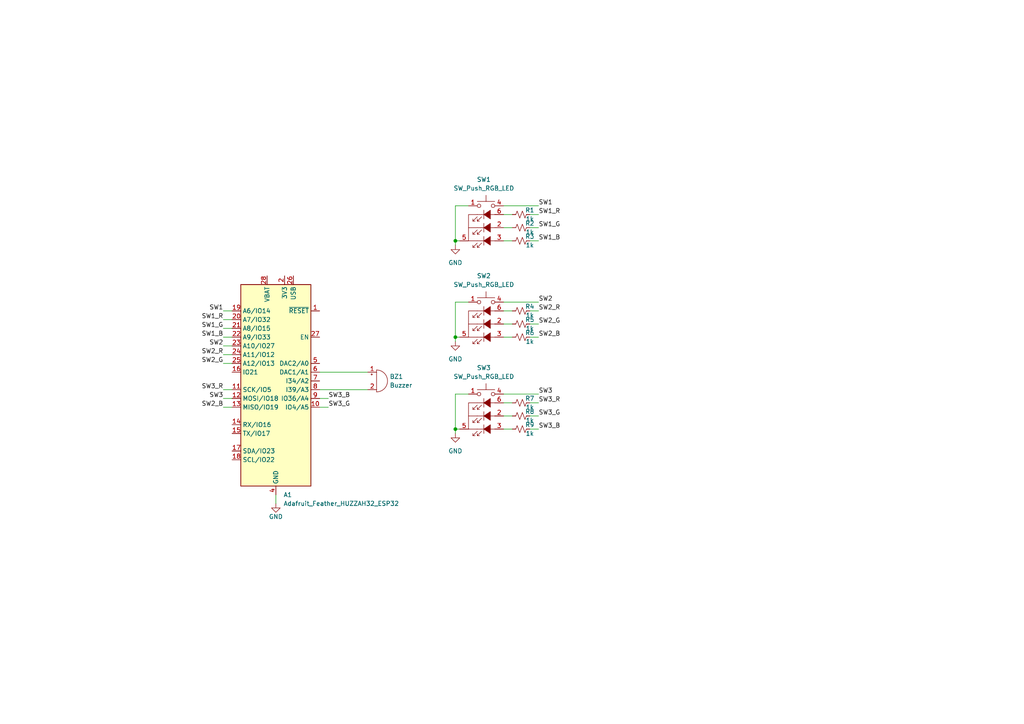
<source format=kicad_sch>
(kicad_sch (version 20231120) (generator "eeschema") (generator_version "8.0")
  (paper "A4")
  (title_block (title "Task Reminder") (rev "0.1"))
  (lib_symbols
    (symbol "Device:Buzzer" (pin_names (offset 0.0254) hide)
      (property "Reference" "BZ" (at 3.81 1.27 0))
      (property "Value" "Buzzer" (at 3.81 -1.27 0))
      (symbol "Buzzer_0_1"
        (arc (start 0 -3.175) (mid 3.1612 0) (end 0 3.175))
        (polyline (pts (xy -1.651 1.905) (xy -1.143 1.905)))
        (polyline (pts (xy -1.397 2.159) (xy -1.397 1.651)))
        (polyline (pts (xy 0 3.175) (xy 0 -3.175)))
      )
      (symbol "Buzzer_1_1"
        (pin passive line (at -2.54 2.54 0) (length 2.54) (name "-") (number "1"))
        (pin passive line (at -2.54 -2.54 0) (length 2.54) (name "+") (number "2"))
      )
    )
    (symbol "Device:R_Small_US" (pin_numbers hide) (pin_names (offset 0.254) hide)
      (property "Reference" "R" (at 0.762 0.508 0))
      (property "Value" "R_Small_US" (at 0.762 -1.016 0))
      (symbol "R_Small_US_1_1"
        (polyline (pts (xy 0 0) (xy 1.016 -0.381) (xy 0 -0.762) (xy -1.016 -1.143) (xy 0 -1.524)))
        (polyline (pts (xy 0 1.524) (xy 1.016 1.143) (xy 0 0.762) (xy -1.016 0.381) (xy 0 0)))
        (pin passive line (at 0 2.54 270) (length 1.016) (name "~") (number "1"))
        (pin passive line (at 0 -2.54 90) (length 1.016) (name "~") (number "2"))
      )
    )
    (symbol "MCU_Module:Adafruit_Feather_HUZZAH32_ESP32"
      (property "Reference" "A" (at -10.16 29.21 0))
      (property "Value" "Adafruit_Feather_HUZZAH32_ESP32" (at 2.54 -31.75 0))
      (symbol "Adafruit_Feather_HUZZAH32_ESP32_0_1"
        (rectangle (start -10.16 27.94) (end 10.16 -30.48) (stroke (width 0.254)) (fill (type background)))
      )
      (symbol "Adafruit_Feather_HUZZAH32_ESP32_1_1"
        (pin input line (at 12.7 20.32 180) (length 2.54) (name "~{RESET}") (number "1"))
        (pin bidirectional line (at 12.7 -7.62 180) (length 2.54) (name "IO4/A5") (number "10"))
        (pin bidirectional line (at -12.7 -2.54 0) (length 2.54) (name "SCK/IO5") (number "11"))
        (pin bidirectional line (at -12.7 -5.08 0) (length 2.54) (name "MOSI/IO18") (number "12"))
        (pin bidirectional line (at -12.7 -7.62 0) (length 2.54) (name "MISO/IO19") (number "13"))
        (pin bidirectional line (at -12.7 -12.7 0) (length 2.54) (name "RX/IO16") (number "14"))
        (pin bidirectional line (at -12.7 -15.24 0) (length 2.54) (name "TX/IO17") (number "15"))
        (pin bidirectional line (at -12.7 2.54 0) (length 2.54) (name "IO21") (number "16"))
        (pin bidirectional line (at -12.7 -20.32 0) (length 2.54) (name "SDA/IO23") (number "17"))
        (pin bidirectional line (at -12.7 -22.86 0) (length 2.54) (name "SCL/IO22") (number "18"))
        (pin bidirectional line (at -12.7 20.32 0) (length 2.54) (name "A6/IO14") (number "19"))
        (pin power_in line (at 2.54 30.48 270) (length 2.54) (name "3V3") (number "2"))
        (pin bidirectional line (at -12.7 17.78 0) (length 2.54) (name "A7/IO32") (number "20"))
        (pin bidirectional line (at -12.7 15.24 0) (length 2.54) (name "A8/IO15") (number "21"))
        (pin bidirectional line (at -12.7 12.7 0) (length 2.54) (name "A9/IO33") (number "22"))
        (pin bidirectional line (at -12.7 10.16 0) (length 2.54) (name "A10/IO27") (number "23"))
        (pin bidirectional line (at -12.7 7.62 0) (length 2.54) (name "A11/IO12") (number "24"))
        (pin bidirectional line (at -12.7 5.08 0) (length 2.54) (name "A12/IO13") (number "25"))
        (pin power_in line (at 5.08 30.48 270) (length 2.54) (name "USB") (number "26"))
        (pin input line (at 12.7 12.7 180) (length 2.54) (name "EN") (number "27"))
        (pin power_in line (at -2.54 30.48 270) (length 2.54) (name "VBAT") (number "28"))
        (pin no_connect line (at 10.16 10.16 180) (length 2.54) hide (name "NC") (number "3"))
        (pin power_in line (at 0 -33.02 90) (length 2.54) (name "GND") (number "4"))
        (pin bidirectional line (at 12.7 5.08 180) (length 2.54) (name "DAC2/A0") (number "5"))
        (pin bidirectional line (at 12.7 2.54 180) (length 2.54) (name "DAC1/A1") (number "6"))
        (pin bidirectional line (at 12.7 0 180) (length 2.54) (name "I34/A2") (number "7"))
        (pin bidirectional line (at 12.7 -2.54 180) (length 2.54) (name "I39/A3") (number "8"))
        (pin bidirectional line (at 12.7 -5.08 180) (length 2.54) (name "IO36/A4") (number "9"))
      )
    )
    (symbol "Switch:SW_Push_LED" (pin_names (offset 1.016) hide)
      (property "Reference" "SW1" (at -0.635 10.16 0))
      (property "Value" "SW_Push_RGB_LED" (at -0.635 7.62 0))
      (symbol "SW_Push_LED_0_0"
        (polyline (pts (xy -3.81 -9.525) (xy -2.54 -8.255)))
        (polyline (pts (xy -3.81 -5.715) (xy -2.54 -4.445)))
        (polyline (pts (xy -3.81 -1.905) (xy -2.54 -0.635)))
        (polyline (pts (xy -2.54 -9.525) (xy -1.27 -8.255)))
        (polyline (pts (xy -2.54 -7.62) (xy 2.54 -7.62)))
        (polyline (pts (xy -2.54 -5.715) (xy -1.27 -4.445)))
        (polyline (pts (xy -2.54 -3.81) (xy 2.54 -3.81)))
        (polyline (pts (xy -2.54 -1.905) (xy -1.27 -0.635)))
        (polyline (pts (xy -2.54 0) (xy 2.54 0)))
        (polyline (pts (xy -0.635 -6.35) (xy -0.635 -8.89)))
        (polyline (pts (xy -0.635 -2.54) (xy -0.635 -5.08)))
        (polyline (pts (xy -0.635 1.27) (xy -0.635 -1.27)))
        (polyline (pts (xy -3.81 -8.89) (xy -3.81 -9.525) (xy -3.175 -9.525)))
        (polyline (pts (xy -3.81 -5.08) (xy -3.81 -5.715) (xy -3.175 -5.715)))
        (polyline (pts (xy -3.81 -1.27) (xy -3.81 -1.905) (xy -3.175 -1.905)))
        (polyline (pts (xy -2.54 -8.89) (xy -2.54 -9.525) (xy -1.905 -9.525)))
        (polyline (pts (xy -2.54 -5.08) (xy -2.54 -5.715) (xy -1.905 -5.715)))
        (polyline (pts (xy -2.54 -1.27) (xy -2.54 -1.905) (xy -1.905 -1.905)))
        (polyline (pts (xy -0.635 -7.62) (xy 1.27 -6.35) (xy 1.27 -8.89) (xy -0.635 -7.62)) (fill (type outline)))
        (polyline (pts (xy -0.635 -3.81) (xy 1.27 -2.54) (xy 1.27 -5.08) (xy -0.635 -3.81)) (fill (type outline)))
        (polyline (pts (xy -0.635 0) (xy 1.27 1.27) (xy 1.27 -1.27) (xy -0.635 0)) (fill (type outline)))
      )
      (symbol "SW_Push_LED_0_1"
        (circle (center -2.032 2.54) (radius 0.508))
        (polyline (pts (xy 0 3.81) (xy 0 5.588)))
        (polyline (pts (xy 2.54 3.81) (xy -2.54 3.81)))
        (polyline (pts (xy -2.54 -7.62) (xy -5.08 -7.62) (xy -5.08 -3.81)))
        (polyline (pts (xy -2.54 0) (xy -5.08 0) (xy -5.08 -3.81) (xy -2.54 -3.81)))
        (circle (center 2.032 2.54) (radius 0.508))
        (pin passive line (at -5.08 2.54 0) (length 2.54) (name "1") (number "1"))
      )
      (symbol "SW_Push_LED_1_1"
        (pin passive line (at 5.08 -3.81 180) (length 2.54) (name "G") (number "2"))
        (pin passive line (at 5.08 -7.62 180) (length 2.54) (name "B") (number "3"))
        (pin passive line (at 5.08 2.54 180) (length 2.54) (name "4") (number "4"))
        (pin passive line (at -7.62 -7.62 0) (length 2.54) (name "C") (number "5"))
        (pin passive line (at 5.08 0 180) (length 2.54) (name "R") (number "6"))
      )
    )
    (symbol "power:GND" (power) (pin_names (offset 0))
      (property "Value" "GND" (at 0 -3.81 0))
      (symbol "GND_0_1"
        (polyline (pts (xy 0 0) (xy 0 -1.27) (xy 1.27 -1.27) (xy 0 -2.54) (xy -1.27 -1.27) (xy 0 -1.27)))
      )
      (symbol "GND_1_1"
        (pin power_in line (at 0 0 270) (length 0) hide (name "GND") (number "1"))
      )
    )
  )
  (junction (at 132.08 97.79))
  (junction (at 132.08 124.46))
  (junction (at 132.08 69.85))
  (wire (pts (xy 132.08 124.46) (xy 132.08 125.73)))
  (wire (pts (xy 135.89 87.63) (xy 132.08 87.63)))
  (wire (pts (xy 92.71 107.95) (xy 106.68 107.95)))
  (wire (pts (xy 146.05 93.98) (xy 148.59 93.98)))
  (wire (pts (xy 146.05 66.04) (xy 148.59 66.04)))
  (wire (pts (xy 153.67 62.23) (xy 156.21 62.23)))
  (wire (pts (xy 146.05 116.84) (xy 148.59 116.84)))
  (wire (pts (xy 64.77 92.71) (xy 67.31 92.71)))
  (wire (pts (xy 132.08 97.79) (xy 133.35 97.79)))
  (wire (pts (xy 153.67 69.85) (xy 156.21 69.85)))
  (wire (pts (xy 64.77 113.03) (xy 67.31 113.03)))
  (wire (pts (xy 64.77 95.25) (xy 67.31 95.25)))
  (wire (pts (xy 146.05 59.69) (xy 156.21 59.69)))
  (wire (pts (xy 153.67 93.98) (xy 156.21 93.98)))
  (wire (pts (xy 132.08 69.85) (xy 132.08 71.12)))
  (wire (pts (xy 146.05 90.17) (xy 148.59 90.17)))
  (wire (pts (xy 153.67 90.17) (xy 156.21 90.17)))
  (wire (pts (xy 64.77 115.57) (xy 67.31 115.57)))
  (wire (pts (xy 146.05 62.23) (xy 148.59 62.23)))
  (wire (pts (xy 146.05 114.3) (xy 156.21 114.3)))
  (wire (pts (xy 64.77 102.87) (xy 67.31 102.87)))
  (wire (pts (xy 146.05 120.65) (xy 148.59 120.65)))
  (wire (pts (xy 135.89 114.3) (xy 132.08 114.3)))
  (wire (pts (xy 64.77 105.41) (xy 67.31 105.41)))
  (wire (pts (xy 64.77 118.11) (xy 67.31 118.11)))
  (wire (pts (xy 153.67 124.46) (xy 156.21 124.46)))
  (wire (pts (xy 146.05 87.63) (xy 156.21 87.63)))
  (wire (pts (xy 146.05 97.79) (xy 148.59 97.79)))
  (wire (pts (xy 153.67 120.65) (xy 156.21 120.65)))
  (wire (pts (xy 153.67 116.84) (xy 156.21 116.84)))
  (wire (pts (xy 92.71 118.11) (xy 95.25 118.11)))
  (wire (pts (xy 132.08 59.69) (xy 132.08 69.85)))
  (wire (pts (xy 92.71 115.57) (xy 95.25 115.57)))
  (wire (pts (xy 132.08 69.85) (xy 133.35 69.85)))
  (wire (pts (xy 135.89 59.69) (xy 132.08 59.69)))
  (wire (pts (xy 132.08 124.46) (xy 133.35 124.46)))
  (wire (pts (xy 146.05 124.46) (xy 148.59 124.46)))
  (wire (pts (xy 64.77 100.33) (xy 67.31 100.33)))
  (wire (pts (xy 64.77 90.17) (xy 67.31 90.17)))
  (wire (pts (xy 146.05 69.85) (xy 148.59 69.85)))
  (wire (pts (xy 80.01 146.05) (xy 80.01 143.51)))
  (wire (pts (xy 92.71 113.03) (xy 106.68 113.03)))
  (wire (pts (xy 132.08 114.3) (xy 132.08 124.46)))
  (wire (pts (xy 153.67 97.79) (xy 156.21 97.79)))
  (wire (pts (xy 64.77 97.79) (xy 67.31 97.79)))
  (wire (pts (xy 153.67 66.04) (xy 156.21 66.04)))
  (wire (pts (xy 132.08 87.63) (xy 132.08 97.79)))
  (wire (pts (xy 132.08 97.79) (xy 132.08 99.06)))
  (label "SW2_B" (at 64.77 118.11 180))
  (label "SW1_G" (at 156.21 66.04 0))
  (label "SW3_G" (at 95.25 118.11 0))
  (label "SW1_G" (at 64.77 95.25 180))
  (label "SW1_R" (at 156.21 62.23 0))
  (label "SW2_R" (at 156.21 90.17 0))
  (label "SW2_R" (at 64.77 102.87 180))
  (label "SW2" (at 64.77 100.33 180))
  (label "SW3_B" (at 156.21 124.46 0))
  (label "SW2_G" (at 64.77 105.41 180))
  (label "SW1" (at 156.21 59.69 0))
  (label "SW1_B" (at 64.77 97.79 180))
  (label "SW1_R" (at 64.77 92.71 180))
  (label "SW3" (at 64.77 115.57 180))
  (label "SW3" (at 156.21 114.3 0))
  (label "SW1_B" (at 156.21 69.85 0))
  (label "SW3_R" (at 156.21 116.84 0))
  (label "SW3_B" (at 95.25 115.57 0))
  (label "SW1" (at 64.77 90.17 180))
  (label "SW3_R" (at 64.77 113.03 180))
  (label "SW2" (at 156.21 87.63 0))
  (label "SW2_B" (at 156.21 97.79 0))
  (label "SW2_G" (at 156.21 93.98 0))
  (label "SW3_G" (at 156.21 120.65 0))
  (symbol (lib_id "Device:R_Small_US") (at 151.13 124.46 90) (unit 1)
    (property "Reference" "R9" (at 153.67 123.19 90))
    (property "Value" "1k" (at 153.67 125.73 90))
    (property "Footprint" "Resistor_SMD:R_0805_2012Metric" (effects (hide yes)))
  )
  (symbol (lib_id "Device:R_Small_US") (at 151.13 93.98 90) (unit 1)
    (property "Reference" "R5" (at 153.67 92.71 90))
    (property "Value" "1k" (at 153.67 95.25 90))
    (property "Footprint" "Resistor_SMD:R_0805_2012Metric" (effects (hide yes)))
  )
  (symbol (lib_id "Device:R_Small_US") (at 151.13 62.23 90) (unit 1)
    (property "Reference" "R1" (at 153.67 60.96 90))
    (property "Value" "1k" (at 153.67 63.5 90))
    (property "Footprint" "Resistor_SMD:R_0805_2012Metric" (effects (hide yes)))
  )
  (symbol (lib_id "Switch:SW_Push_LED") (at 140.97 90.17 0) (unit 1)
    (property "Reference" "SW2" (at 140.335 80.01 0))
    (property "Value" "SW_Push_RGB_LED" (at 140.335 82.55 0))
    (property "Footprint" "Chow_Check_Library:Push_BH16NBBBRGB" (effects (hide yes)))
  )
  (symbol (lib_id "power:GND") (at 132.08 99.06 0) (unit 1)
    (property "Reference" "#PWR02" (effects (hide yes)))
    (property "Value" "GND" (at 132.08 104.14 0))
  )
  (symbol (lib_id "Device:R_Small_US") (at 151.13 90.17 90) (unit 1)
    (property "Reference" "R4" (at 153.67 88.9 90))
    (property "Value" "1k" (at 153.67 91.44 90))
    (property "Footprint" "Resistor_SMD:R_0805_2012Metric" (effects (hide yes)))
  )
  (symbol (lib_id "power:GND") (at 132.08 71.12 0) (unit 1)
    (property "Reference" "#PWR01" (effects (hide yes)))
    (property "Value" "GND" (at 132.08 76.2 0))
  )
  (symbol (lib_id "Switch:SW_Push_LED") (at 140.97 116.84 0) (unit 1)
    (property "Reference" "SW3" (at 140.335 106.68 0))
    (property "Value" "SW_Push_RGB_LED" (at 140.335 109.22 0))
    (property "Footprint" "Chow_Check_Library:Push_BH16NBBBRGB" (effects (hide yes)))
  )
  (symbol (lib_id "Device:R_Small_US") (at 151.13 69.85 90) (unit 1)
    (property "Reference" "R3" (at 153.67 68.58 90))
    (property "Value" "1k" (at 153.67 71.12 90))
    (property "Footprint" "Resistor_SMD:R_0805_2012Metric" (effects (hide yes)))
  )
  (symbol (lib_id "power:GND") (at 132.08 125.73 0) (unit 1)
    (property "Reference" "#PWR03" (effects (hide yes)))
    (property "Value" "GND" (at 132.08 130.81 0))
  )
  (symbol (lib_id "power:GND") (at 80.01 146.05 0) (unit 1)
    (property "Reference" "#PWR04" (effects (hide yes)))
    (property "Value" "GND" (at 80.01 149.86 0))
  )
  (symbol (lib_id "Device:R_Small_US") (at 151.13 116.84 90) (unit 1)
    (property "Reference" "R7" (at 153.67 115.57 90))
    (property "Value" "1k" (at 153.67 118.11 90))
    (property "Footprint" "Resistor_SMD:R_0805_2012Metric" (effects (hide yes)))
  )
  (symbol (lib_id "MCU_Module:Adafruit_Feather_HUZZAH32_ESP32") (at 80.01 110.49 0) (unit 1)
    (property "Reference" "A1" (at 82.2041 143.51 0) (effects (justify left)))
    (property "Value" "Adafruit_Feather_HUZZAH32_ESP32" (at 82.2041 146.05 0) (effects (justify left)))
    (property "Footprint" "Module:Adafruit_Feather" (effects (hide yes)))
    (property "Datasheet" "https://cdn-learn.adafruit.com/downloads/pdf/adafruit-huzzah32-esp32-feather.pdf" (effects (hide yes)))
  )
  (symbol (lib_id "Device:R_Small_US") (at 151.13 66.04 90) (unit 1)
    (property "Reference" "R2" (at 153.67 64.77 90))
    (property "Value" "1k" (at 153.67 67.31 90))
    (property "Footprint" "Resistor_SMD:R_0805_2012Metric" (effects (hide yes)))
  )
  (symbol (lib_id "Device:Buzzer") (at 109.22 110.49 0) (unit 1)
    (property "Reference" "BZ1" (at 113.03 109.22 0) (effects (justify left)))
    (property "Value" "Buzzer" (at 113.03 111.76 0) (effects (justify left)))
    (property "Footprint" "Buzzer_Beeper:Buzzer_Murata_PKMCS0909E" (effects (hide yes)))
  )
  (symbol (lib_id "Device:R_Small_US") (at 151.13 97.79 90) (unit 1)
    (property "Reference" "R6" (at 153.67 96.52 90))
    (property "Value" "1k" (at 153.67 99.06 90))
    (property "Footprint" "Resistor_SMD:R_0805_2012Metric" (effects (hide yes)))
  )
  (symbol (lib_id "Device:R_Small_US") (at 151.13 120.65 90) (unit 1)
    (property "Reference" "R8" (at 153.67 119.38 90))
    (property "Value" "1k" (at 153.67 121.92 90))
    (property "Footprint" "Resistor_SMD:R_0805_2012Metric" (effects (hide yes)))
  )
  (symbol (lib_id "Switch:SW_Push_LED") (at 140.97 62.23 0) (unit 1)
    (property "Reference" "SW1" (at 140.335 52.07 0))
    (property "Value" "SW_Push_RGB_LED" (at 140.335 54.61 0))
    (property "Footprint" "Chow_Check_Library:Push_BH16NBBBRGB" (effects (hide yes)))
  )
)
</source>
